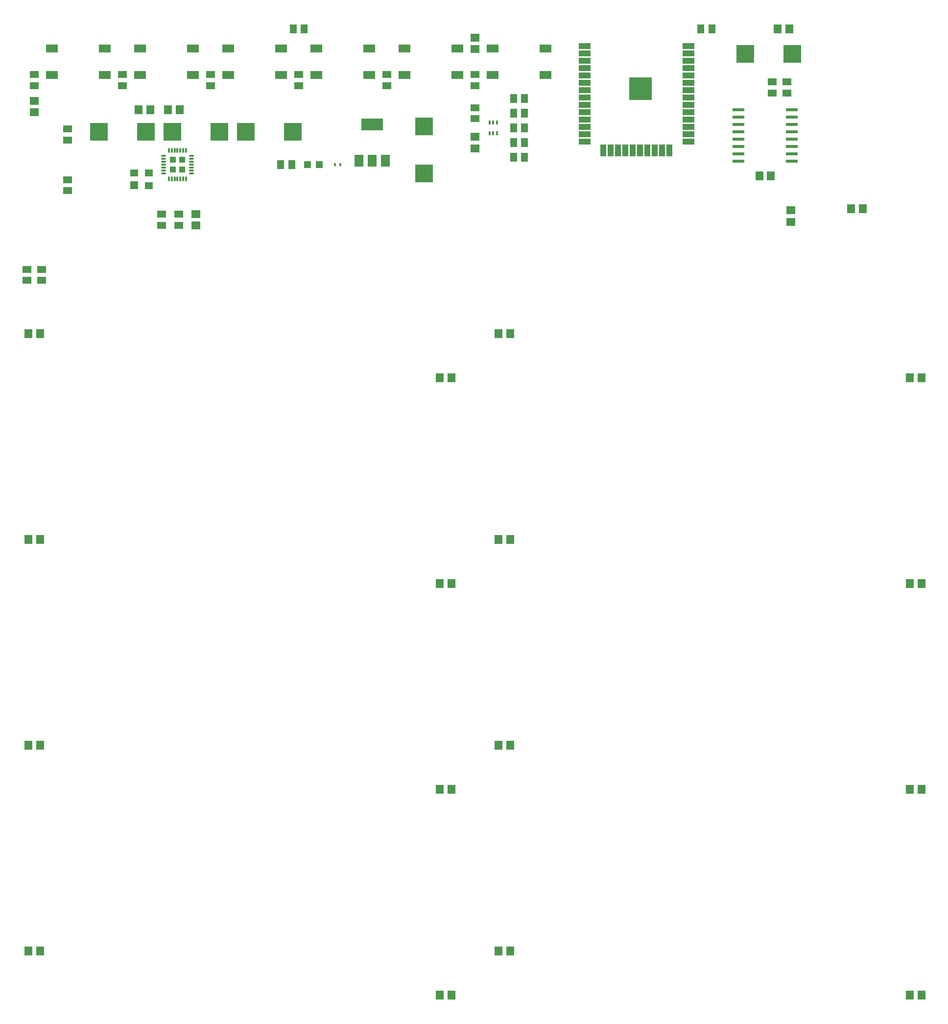
<source format=gbp>
G04 #@! TF.GenerationSoftware,KiCad,Pcbnew,5.0.0-rc2-unknown-d03e92a~65~ubuntu16.04.1*
G04 #@! TF.CreationDate,2018-06-02T21:30:31+05:30*
G04 #@! TF.ProjectId,ClockIOT,436C6F636B494F542E6B696361645F70,rev 1*
G04 #@! TF.SameCoordinates,PX2fd7508PY2fd7508*
G04 #@! TF.FileFunction,Paste,Bot*
G04 #@! TF.FilePolarity,Positive*
%FSLAX46Y46*%
G04 Gerber Fmt 4.6, Leading zero omitted, Abs format (unit mm)*
G04 Created by KiCad (PCBNEW 5.0.0-rc2-unknown-d03e92a~65~ubuntu16.04.1) date Sat Jun  2 21:30:31 2018*
%MOMM*%
%LPD*%
G01*
G04 APERTURE LIST*
%ADD10R,1.498600X1.300480*%
%ADD11R,2.100000X1.400000*%
%ADD12R,3.048000X3.048000*%
%ADD13R,1.400000X1.200000*%
%ADD14R,1.400000X1.400000*%
%ADD15O,0.850000X0.300000*%
%ADD16O,0.300000X0.850000*%
%ADD17R,1.005000X1.005000*%
%ADD18R,1.550000X1.350000*%
%ADD19R,1.350000X1.550000*%
%ADD20R,1.500000X2.000000*%
%ADD21R,3.800000X2.000000*%
%ADD22R,1.300480X1.498600*%
%ADD23R,0.400000X0.650000*%
%ADD24R,1.998980X0.599440*%
%ADD25R,0.400000X0.600000*%
%ADD26R,4.000000X4.000000*%
%ADD27R,2.000000X1.000000*%
%ADD28R,1.000000X2.000000*%
%ADD29R,1.198880X1.198880*%
G04 APERTURE END LIST*
D10*
G04 #@! TO.C,L2*
X10835000Y-31787500D03*
X10835000Y-29882500D03*
G04 #@! TD*
D11*
G04 #@! TO.C,S5*
X38630000Y-7275000D03*
X47730000Y-7275000D03*
X47730000Y-11775000D03*
X38630000Y-11775000D03*
G04 #@! TD*
D12*
G04 #@! TO.C,C17*
X41656000Y-21590000D03*
X49784000Y-21590000D03*
G04 #@! TD*
D13*
G04 #@! TO.C,D1*
X24922000Y-30945000D03*
X24922000Y-28745000D03*
X22322000Y-28745000D03*
D14*
X22322000Y-30845000D03*
G04 #@! TD*
D11*
G04 #@! TO.C,S6*
X23390000Y-7275000D03*
X32490000Y-7275000D03*
X32490000Y-11775000D03*
X23390000Y-11775000D03*
G04 #@! TD*
D12*
G04 #@! TO.C,C27*
X136144000Y-8128000D03*
X128016000Y-8128000D03*
G04 #@! TD*
D15*
G04 #@! TO.C,U132*
X27395000Y-28805000D03*
X27395000Y-28305000D03*
X27395000Y-27805000D03*
X27395000Y-27305000D03*
X27395000Y-26805000D03*
X27395000Y-26305000D03*
X27395000Y-25805000D03*
D16*
X28345000Y-24855000D03*
X28845000Y-24855000D03*
X29345000Y-24855000D03*
X29845000Y-24855000D03*
X30345000Y-24855000D03*
X30845000Y-24855000D03*
X31345000Y-24855000D03*
D15*
X32295000Y-25805000D03*
X32295000Y-26305000D03*
X32295000Y-26805000D03*
X32295000Y-27305000D03*
X32295000Y-27805000D03*
X32295000Y-28305000D03*
X32295000Y-28805000D03*
D16*
X31345000Y-29755000D03*
X30845000Y-29755000D03*
X30345000Y-29755000D03*
X29845000Y-29755000D03*
X29345000Y-29755000D03*
X28845000Y-29755000D03*
X28345000Y-29755000D03*
D17*
X30682500Y-26467500D03*
X30682500Y-28142500D03*
X29007500Y-26467500D03*
X29007500Y-28142500D03*
G04 #@! TD*
D10*
G04 #@! TO.C,R25*
X20320000Y-11747500D03*
X20320000Y-13652500D03*
G04 #@! TD*
G04 #@! TO.C,R24*
X35560000Y-11747500D03*
X35560000Y-13652500D03*
G04 #@! TD*
D18*
G04 #@! TO.C,C31*
X33020000Y-37830000D03*
X33020000Y-35830000D03*
G04 #@! TD*
D11*
G04 #@! TO.C,S4*
X93450000Y-11775000D03*
X84350000Y-11775000D03*
X84350000Y-7275000D03*
X93450000Y-7275000D03*
G04 #@! TD*
D12*
G04 #@! TO.C,C18*
X72517000Y-28829000D03*
X72517000Y-20701000D03*
G04 #@! TD*
D19*
G04 #@! TO.C,C22*
X132445000Y-29210000D03*
X130445000Y-29210000D03*
G04 #@! TD*
D10*
G04 #@! TO.C,R11*
X50800000Y-11747500D03*
X50800000Y-13652500D03*
G04 #@! TD*
G04 #@! TO.C,R10*
X66040000Y-11747500D03*
X66040000Y-13652500D03*
G04 #@! TD*
G04 #@! TO.C,R9*
X30085000Y-35882500D03*
X30085000Y-37787500D03*
G04 #@! TD*
D20*
G04 #@! TO.C,U131*
X65800000Y-26645000D03*
X61200000Y-26645000D03*
X63500000Y-26645000D03*
D21*
X63500000Y-20345000D03*
G04 #@! TD*
D22*
G04 #@! TO.C,R23*
X89852500Y-18415000D03*
X87947500Y-18415000D03*
G04 #@! TD*
G04 #@! TO.C,R22*
X87947500Y-20955000D03*
X89852500Y-20955000D03*
G04 #@! TD*
G04 #@! TO.C,R20*
X89852500Y-23495000D03*
X87947500Y-23495000D03*
G04 #@! TD*
G04 #@! TO.C,R19*
X89852500Y-26035000D03*
X87947500Y-26035000D03*
G04 #@! TD*
D10*
G04 #@! TO.C,R18*
X81280000Y-13652500D03*
X81280000Y-11747500D03*
G04 #@! TD*
G04 #@! TO.C,R16*
X5080000Y-13652500D03*
X5080000Y-11747500D03*
G04 #@! TD*
D22*
G04 #@! TO.C,R4*
X47688500Y-27305000D03*
X49593500Y-27305000D03*
G04 #@! TD*
D10*
G04 #@! TO.C,R3*
X81280000Y-17462500D03*
X81280000Y-19367500D03*
G04 #@! TD*
D23*
G04 #@! TO.C,Q1*
X83805000Y-21905000D03*
X85105000Y-21905000D03*
X84455000Y-20005000D03*
X84455000Y-21905000D03*
X85105000Y-20005000D03*
X83805000Y-20005000D03*
G04 #@! TD*
D19*
G04 #@! TO.C,C28*
X133620000Y-3810000D03*
X135620000Y-3810000D03*
G04 #@! TD*
G04 #@! TO.C,C26*
X28210000Y-17780000D03*
X30210000Y-17780000D03*
G04 #@! TD*
D12*
G04 #@! TO.C,C25*
X37084000Y-21590000D03*
X28956000Y-21590000D03*
G04 #@! TD*
D19*
G04 #@! TO.C,C24*
X25130000Y-17780000D03*
X23130000Y-17780000D03*
G04 #@! TD*
D12*
G04 #@! TO.C,C23*
X16256000Y-21590000D03*
X24384000Y-21590000D03*
G04 #@! TD*
D18*
G04 #@! TO.C,C21*
X81280000Y-7350000D03*
X81280000Y-5350000D03*
G04 #@! TD*
G04 #@! TO.C,C20*
X5080000Y-16272000D03*
X5080000Y-18272000D03*
G04 #@! TD*
D10*
G04 #@! TO.C,R8*
X27085000Y-35882500D03*
X27085000Y-37787500D03*
G04 #@! TD*
G04 #@! TO.C,R7*
X135255000Y-13017500D03*
X135255000Y-14922500D03*
G04 #@! TD*
G04 #@! TO.C,R6*
X132715000Y-13017500D03*
X132715000Y-14922500D03*
G04 #@! TD*
D11*
G04 #@! TO.C,S2*
X53870000Y-7275000D03*
X62970000Y-7275000D03*
X62970000Y-11775000D03*
X53870000Y-11775000D03*
G04 #@! TD*
D24*
G04 #@! TO.C,U130*
X126794260Y-17780000D03*
X126794260Y-19050000D03*
X126794260Y-20320000D03*
X126794260Y-21590000D03*
X126794260Y-22860000D03*
X126794260Y-24130000D03*
X126794260Y-25400000D03*
X126794260Y-26670000D03*
X136095740Y-26670000D03*
X136095740Y-25400000D03*
X136095740Y-24130000D03*
X136095740Y-22860000D03*
X136095740Y-21590000D03*
X136095740Y-20320000D03*
X136095740Y-19050000D03*
X136095740Y-17780000D03*
G04 #@! TD*
D11*
G04 #@! TO.C,S3*
X17250000Y-11775000D03*
X8150000Y-11775000D03*
X8150000Y-7275000D03*
X17250000Y-7275000D03*
G04 #@! TD*
D18*
G04 #@! TO.C,C29*
X135890000Y-37195000D03*
X135890000Y-35195000D03*
G04 #@! TD*
D19*
G04 #@! TO.C,C30*
X146320000Y-34925000D03*
X148320000Y-34925000D03*
G04 #@! TD*
D25*
G04 #@! TO.C,JP1*
X57981000Y-27305000D03*
X57081000Y-27305000D03*
G04 #@! TD*
D26*
G04 #@! TO.C,U129*
X109920000Y-14215000D03*
D27*
X100220000Y-6815000D03*
X100220000Y-8085000D03*
X100220000Y-9355000D03*
X100220000Y-10625000D03*
X100220000Y-11895000D03*
X100220000Y-13165000D03*
X100220000Y-14435000D03*
X100220000Y-15705000D03*
X100220000Y-16975000D03*
X100220000Y-18245000D03*
X100220000Y-19515000D03*
X100220000Y-20785000D03*
X100220000Y-22055000D03*
X100220000Y-23325000D03*
D28*
X103505000Y-24815000D03*
X104775000Y-24815000D03*
X106045000Y-24815000D03*
X107315000Y-24815000D03*
X108585000Y-24815000D03*
X109855000Y-24815000D03*
X111125000Y-24815000D03*
X112395000Y-24815000D03*
X113665000Y-24815000D03*
X114935000Y-24815000D03*
D27*
X118220000Y-23325000D03*
X118220000Y-22055000D03*
X118220000Y-20785000D03*
X118220000Y-19515000D03*
X118220000Y-18245000D03*
X118220000Y-16975000D03*
X118220000Y-15705000D03*
X118220000Y-14435000D03*
X118220000Y-13165000D03*
X118220000Y-11895000D03*
X118220000Y-10625000D03*
X118220000Y-9355000D03*
X118220000Y-8085000D03*
X118220000Y-6815000D03*
G04 #@! TD*
D22*
G04 #@! TO.C,R21*
X89852500Y-15875000D03*
X87947500Y-15875000D03*
G04 #@! TD*
D18*
G04 #@! TO.C,C19*
X81280000Y-22495000D03*
X81280000Y-24495000D03*
G04 #@! TD*
D11*
G04 #@! TO.C,S1*
X69110000Y-7275000D03*
X78210000Y-7275000D03*
X78210000Y-11775000D03*
X69110000Y-11775000D03*
G04 #@! TD*
D29*
G04 #@! TO.C,D2*
X52290980Y-27305000D03*
X54389020Y-27305000D03*
G04 #@! TD*
D19*
G04 #@! TO.C,C9*
X6080000Y-127635000D03*
X4080000Y-127635000D03*
G04 #@! TD*
G04 #@! TO.C,C6*
X87360000Y-92075000D03*
X85360000Y-92075000D03*
G04 #@! TD*
G04 #@! TO.C,C1*
X6080000Y-56515000D03*
X4080000Y-56515000D03*
G04 #@! TD*
D10*
G04 #@! TO.C,R1*
X3810000Y-47307500D03*
X3810000Y-45402500D03*
G04 #@! TD*
G04 #@! TO.C,R2*
X6350000Y-47307500D03*
X6350000Y-45402500D03*
G04 #@! TD*
D22*
G04 #@! TO.C,R12*
X51752500Y-3810000D03*
X49847500Y-3810000D03*
G04 #@! TD*
G04 #@! TO.C,R13*
X120332500Y-3810000D03*
X122237500Y-3810000D03*
G04 #@! TD*
D19*
G04 #@! TO.C,C2*
X87360000Y-56515000D03*
X85360000Y-56515000D03*
G04 #@! TD*
G04 #@! TO.C,C3*
X156480000Y-64135000D03*
X158480000Y-64135000D03*
G04 #@! TD*
G04 #@! TO.C,C4*
X75200000Y-64135000D03*
X77200000Y-64135000D03*
G04 #@! TD*
G04 #@! TO.C,C5*
X6080000Y-92075000D03*
X4080000Y-92075000D03*
G04 #@! TD*
G04 #@! TO.C,C7*
X156480000Y-99695000D03*
X158480000Y-99695000D03*
G04 #@! TD*
G04 #@! TO.C,C8*
X75200000Y-99695000D03*
X77200000Y-99695000D03*
G04 #@! TD*
G04 #@! TO.C,C10*
X87360000Y-127635000D03*
X85360000Y-127635000D03*
G04 #@! TD*
G04 #@! TO.C,C11*
X156480000Y-135255000D03*
X158480000Y-135255000D03*
G04 #@! TD*
G04 #@! TO.C,C12*
X75200000Y-135255000D03*
X77200000Y-135255000D03*
G04 #@! TD*
G04 #@! TO.C,C13*
X6080000Y-163195000D03*
X4080000Y-163195000D03*
G04 #@! TD*
G04 #@! TO.C,C14*
X87360000Y-163195000D03*
X85360000Y-163195000D03*
G04 #@! TD*
G04 #@! TO.C,C15*
X156480000Y-170815000D03*
X158480000Y-170815000D03*
G04 #@! TD*
G04 #@! TO.C,C16*
X75200000Y-170815000D03*
X77200000Y-170815000D03*
G04 #@! TD*
D10*
G04 #@! TO.C,L1*
X10835000Y-23037500D03*
X10835000Y-21132500D03*
G04 #@! TD*
M02*

</source>
